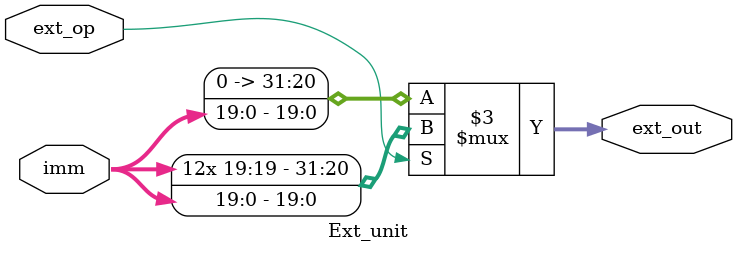
<source format=v>
`default_nettype none
`timescale 1ns / 1ps

localparam  sign_ext = 1;
localparam  zero_ext = 0;

module Ext_unit(
    input wire[19:0]imm,
    input wire ext_op,
    output reg[31:0] ext_out
    );
    always @(*) begin
     if(ext_op)begin
      ext_out = {{12{imm[19]}},{imm[19:0]}};
     end
     else begin
      ext_out = {{12{0}},imm[19:0]};
     end
    end
endmodule

</source>
